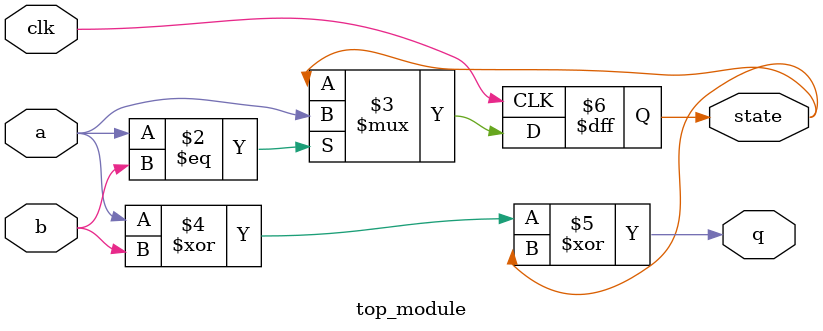
<source format=v>
module top_module (
    input clk,
    input a,
    input b,
    output q,
    output state  );
    
    always @ (posedge clk) begin
        state = (a == b) ? a : state;
    end
    
   assign q = a ^ b ^ state;

endmodule

</source>
